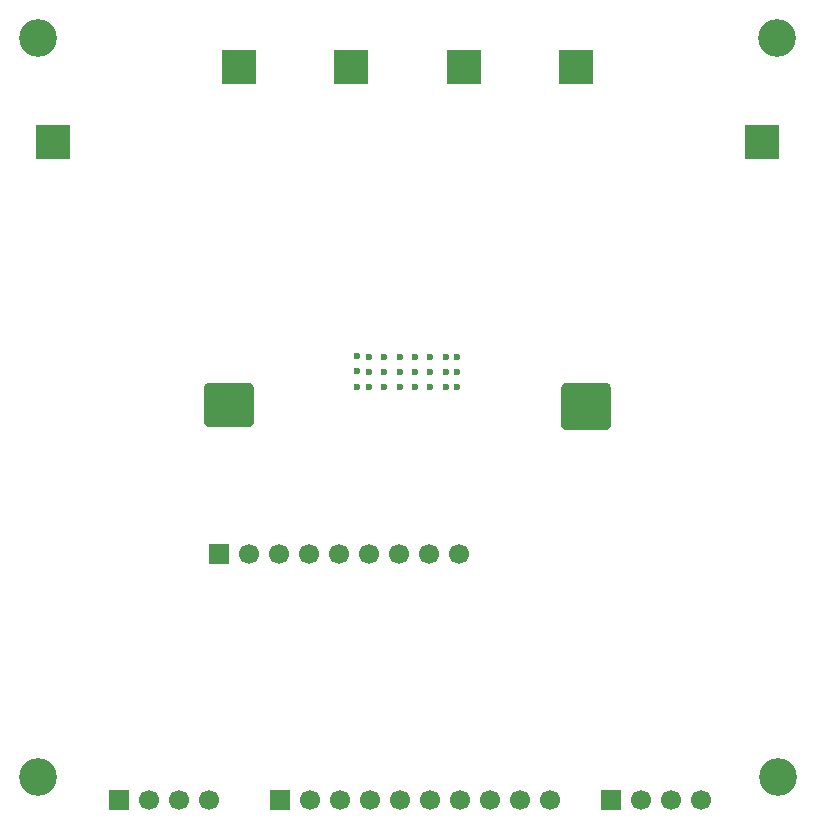
<source format=gbr>
%TF.GenerationSoftware,KiCad,Pcbnew,9.0.7-9.0.7~ubuntu22.04.1*%
%TF.CreationDate,2026-02-03T08:37:43-07:00*%
%TF.ProjectId,Power_Brick,506f7765-725f-4427-9269-636b2e6b6963,1.1*%
%TF.SameCoordinates,Original*%
%TF.FileFunction,Soldermask,Bot*%
%TF.FilePolarity,Negative*%
%FSLAX46Y46*%
G04 Gerber Fmt 4.6, Leading zero omitted, Abs format (unit mm)*
G04 Created by KiCad (PCBNEW 9.0.7-9.0.7~ubuntu22.04.1) date 2026-02-03 08:37:43*
%MOMM*%
%LPD*%
G01*
G04 APERTURE LIST*
%ADD10C,0.600000*%
%ADD11C,3.200000*%
%ADD12R,1.700000X1.700000*%
%ADD13C,1.700000*%
%ADD14C,2.300000*%
%ADD15R,3.000000X3.000000*%
G04 APERTURE END LIST*
D10*
%TO.C,U1*%
X209249999Y-123906250D03*
X210549999Y-123906250D03*
X211849999Y-123906250D03*
X213150001Y-123906250D03*
X214450001Y-123906250D03*
X215750001Y-123906250D03*
X216700000Y-123906250D03*
X208250000Y-123856250D03*
X209249999Y-122606250D03*
X210549999Y-122606250D03*
X211849999Y-122606250D03*
X213150001Y-122606250D03*
X214450001Y-122606250D03*
X215750001Y-122606250D03*
X216700000Y-122606250D03*
X208250000Y-122556250D03*
X209249999Y-121306250D03*
X210549999Y-121306250D03*
X211849999Y-121306250D03*
X213150001Y-121306250D03*
X214450001Y-121306250D03*
X215750001Y-121306250D03*
X216700000Y-121306250D03*
X208250000Y-121256250D03*
%TD*%
D11*
%TO.C,H2*%
X181250000Y-94356250D03*
%TD*%
%TO.C,H1*%
X243750000Y-94356250D03*
%TD*%
%TO.C,H3*%
X181250000Y-156856250D03*
%TD*%
D12*
%TO.C,J1*%
X201710000Y-158856250D03*
D13*
X204250000Y-158856250D03*
X206790000Y-158856250D03*
X209330000Y-158856250D03*
X211870000Y-158856250D03*
X214410000Y-158856250D03*
X216950000Y-158856250D03*
X219490000Y-158856250D03*
X222030000Y-158856250D03*
X224570000Y-158856250D03*
%TD*%
D12*
%TO.C,J6*%
X188077500Y-158856250D03*
D13*
X190617500Y-158856250D03*
X193157500Y-158856250D03*
X195697500Y-158856250D03*
%TD*%
D14*
%TO.C,J4*%
X242500000Y-103106250D03*
D15*
X242500000Y-103106250D03*
%TD*%
D12*
%TO.C,J7*%
X229750000Y-158856250D03*
D13*
X232290000Y-158856250D03*
X234830000Y-158856250D03*
X237370000Y-158856250D03*
%TD*%
D11*
%TO.C,H4*%
X243850000Y-156856250D03*
%TD*%
D12*
%TO.C,J2*%
X196510000Y-137986250D03*
D13*
X199050000Y-137986250D03*
X201590000Y-137986250D03*
X204130000Y-137986250D03*
X206670000Y-137986250D03*
X209210000Y-137986250D03*
X211750000Y-137986250D03*
X214290000Y-137986250D03*
X216830000Y-137986250D03*
%TD*%
D14*
%TO.C,J5*%
X226780000Y-96750000D03*
D15*
X226780000Y-96750000D03*
X217260000Y-96750000D03*
D14*
X207740000Y-96750000D03*
D15*
X207740000Y-96750000D03*
D14*
X198220000Y-96750000D03*
D15*
X198220000Y-96750000D03*
%TD*%
D14*
%TO.C,J3*%
X182500000Y-103106250D03*
D15*
X182500000Y-103106250D03*
%TD*%
G36*
X199006433Y-123500847D02*
G01*
X199116486Y-123515335D01*
X199141451Y-123522024D01*
X199237957Y-123561998D01*
X199260339Y-123574920D01*
X199343213Y-123638512D01*
X199361487Y-123656786D01*
X199425079Y-123739660D01*
X199438001Y-123762042D01*
X199477975Y-123858548D01*
X199484664Y-123883512D01*
X199499153Y-123993566D01*
X199500000Y-124006488D01*
X199500000Y-126743511D01*
X199499153Y-126756433D01*
X199484664Y-126866487D01*
X199477975Y-126891451D01*
X199438001Y-126987957D01*
X199425079Y-127010339D01*
X199361487Y-127093213D01*
X199343213Y-127111487D01*
X199260339Y-127175079D01*
X199237957Y-127188001D01*
X199141451Y-127227975D01*
X199116487Y-127234664D01*
X199006434Y-127249153D01*
X198993512Y-127250000D01*
X195756488Y-127250000D01*
X195743566Y-127249153D01*
X195633512Y-127234664D01*
X195608548Y-127227975D01*
X195512042Y-127188001D01*
X195489660Y-127175079D01*
X195406786Y-127111487D01*
X195388512Y-127093213D01*
X195324920Y-127010339D01*
X195311998Y-126987957D01*
X195272024Y-126891451D01*
X195265335Y-126866486D01*
X195250847Y-126756432D01*
X195250000Y-126743511D01*
X195250000Y-124006488D01*
X195250847Y-123993567D01*
X195265335Y-123883513D01*
X195272024Y-123858548D01*
X195311998Y-123762042D01*
X195324920Y-123739660D01*
X195388512Y-123656786D01*
X195406786Y-123638512D01*
X195489660Y-123574920D01*
X195512042Y-123561998D01*
X195608548Y-123522024D01*
X195633513Y-123515335D01*
X195743567Y-123500847D01*
X195756488Y-123500000D01*
X198993512Y-123500000D01*
X199006433Y-123500847D01*
G37*
G36*
X229256433Y-123500847D02*
G01*
X229366486Y-123515335D01*
X229391451Y-123522024D01*
X229487957Y-123561998D01*
X229510339Y-123574920D01*
X229593213Y-123638512D01*
X229611487Y-123656786D01*
X229675079Y-123739660D01*
X229688001Y-123762042D01*
X229727975Y-123858548D01*
X229734664Y-123883512D01*
X229749153Y-123993566D01*
X229750000Y-124006488D01*
X229750000Y-126993511D01*
X229749153Y-127006433D01*
X229734664Y-127116487D01*
X229727975Y-127141451D01*
X229688001Y-127237957D01*
X229675079Y-127260339D01*
X229611487Y-127343213D01*
X229593213Y-127361487D01*
X229510339Y-127425079D01*
X229487957Y-127438001D01*
X229391451Y-127477975D01*
X229366487Y-127484664D01*
X229256434Y-127499153D01*
X229243512Y-127500000D01*
X226006488Y-127500000D01*
X225993566Y-127499153D01*
X225883512Y-127484664D01*
X225858548Y-127477975D01*
X225762042Y-127438001D01*
X225739660Y-127425079D01*
X225656786Y-127361487D01*
X225638512Y-127343213D01*
X225574920Y-127260339D01*
X225561998Y-127237957D01*
X225522024Y-127141451D01*
X225515335Y-127116486D01*
X225500847Y-127006432D01*
X225500000Y-126993511D01*
X225500000Y-124006488D01*
X225500847Y-123993567D01*
X225515335Y-123883513D01*
X225522024Y-123858548D01*
X225561998Y-123762042D01*
X225574920Y-123739660D01*
X225638512Y-123656786D01*
X225656786Y-123638512D01*
X225739660Y-123574920D01*
X225762042Y-123561998D01*
X225858548Y-123522024D01*
X225883513Y-123515335D01*
X225993567Y-123500847D01*
X226006488Y-123500000D01*
X229243512Y-123500000D01*
X229256433Y-123500847D01*
G37*
M02*

</source>
